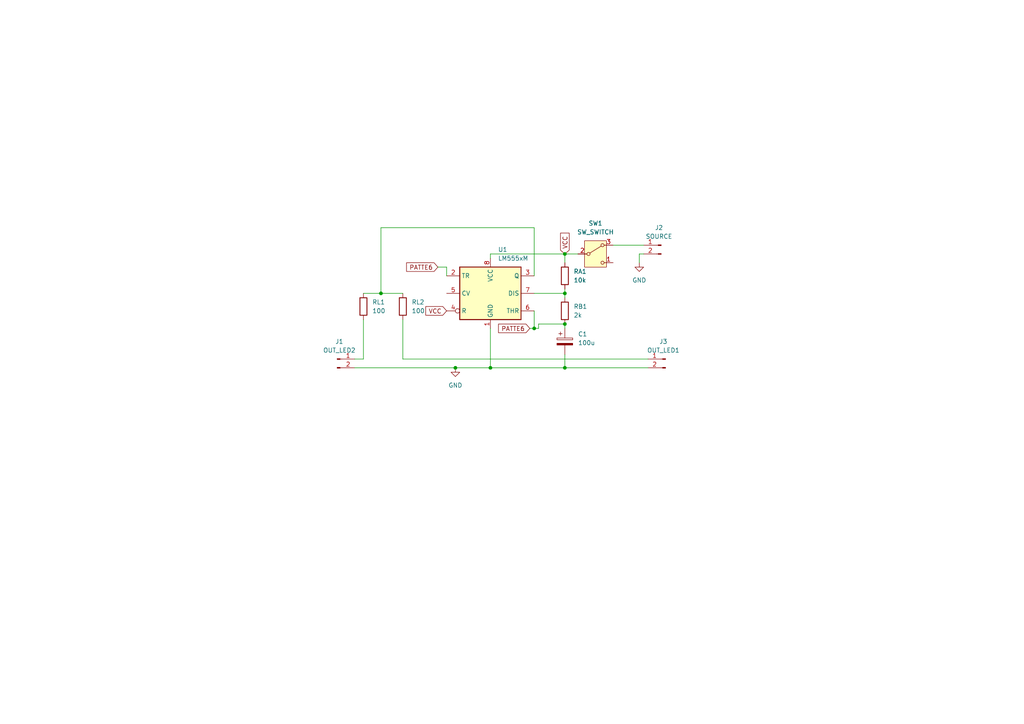
<source format=kicad_sch>
(kicad_sch (version 20231120) (generator "eeschema") (generator_version "8.0")
  (paper "A4")
  (lib_symbols
    (symbol "Connector:Conn_01x02_Pin" (pin_names (offset 1.016) hide)
      (property "Reference" "J" (at 0 2.54 0))
      (property "Value" "Conn_01x02_Pin" (at 0 -5.08 0))
      (symbol "Conn_01x02_Pin_1_1"
        (polyline (pts (xy 1.27 -2.54) (xy 0.8636 -2.54)) (stroke (width 0.1524)))
        (polyline (pts (xy 1.27 0) (xy 0.8636 0)) (stroke (width 0.1524)))
        (rectangle (start 0.8636 -2.413) (end 0 -2.667) (stroke (width 0.1524)) (fill (type outline)))
        (rectangle (start 0.8636 0.127) (end 0 -0.127) (stroke (width 0.1524)) (fill (type outline)))
        (pin passive line (at 5.08 0 180) (length 3.81) (name "Pin_1") (number "1"))
        (pin passive line (at 5.08 -2.54 180) (length 3.81) (name "Pin_2") (number "2"))
      )
    )
    (symbol "Device:C_Polarized" (pin_numbers hide) (pin_names (offset 0.254))
      (property "Reference" "C" (at 0.635 2.54 0))
      (property "Value" "C_Polarized" (at 0.635 -2.54 0))
      (symbol "C_Polarized_0_1"
        (rectangle (start -2.286 0.508) (end 2.286 1.016))
        (polyline (pts (xy -1.778 2.286) (xy -0.762 2.286)))
        (polyline (pts (xy -1.27 2.794) (xy -1.27 1.778)))
        (rectangle (start 2.286 -0.508) (end -2.286 -1.016) (fill (type outline)))
      )
      (symbol "C_Polarized_1_1"
        (pin passive line (at 0 3.81 270) (length 2.794) (name "~") (number "1"))
        (pin passive line (at 0 -3.81 90) (length 2.794) (name "~") (number "2"))
      )
    )
    (symbol "Device:R" (pin_numbers hide) (pin_names (offset 0))
      (property "Reference" "R" (at 2.032 0 90))
      (property "Value" "R" (at 0 0 90))
      (symbol "R_0_1"
        (rectangle (start -1.016 -2.54) (end 1.016 2.54) (stroke (width 0.254)))
      )
      (symbol "R_1_1"
        (pin passive line (at 0 3.81 270) (length 1.27) (name "~") (number "1"))
        (pin passive line (at 0 -3.81 90) (length 1.27) (name "~") (number "2"))
      )
    )
    (symbol "Switch:SW_SPDT_321" (pin_names (offset 1) hide)
      (property "Reference" "SW" (at 0 5.08 0))
      (property "Value" "SW_SPDT_321" (at 0 -5.08 0))
      (symbol "SW_SPDT_321_0_1"
        (circle (center -2.032 0) (radius 0.4572))
        (polyline (pts (xy -1.651 0.254) (xy 1.651 2.286)))
        (circle (center 2.032 -2.54) (radius 0.4572))
        (circle (center 2.032 2.54) (radius 0.4572))
      )
      (symbol "SW_SPDT_321_1_1"
        (rectangle (start -3.175 3.81) (end 3.175 -3.81) (fill (type background)))
        (pin passive line (at 5.08 -2.54 180) (length 2.54) (name "C") (number "1"))
        (pin passive line (at -5.08 0 0) (length 2.54) (name "B") (number "2"))
        (pin passive line (at 5.08 2.54 180) (length 2.54) (name "A") (number "3"))
      )
    )
    (symbol "Timer:LM555xM"
      (property "Reference" "U" (at -10.16 8.89 0))
      (property "Value" "LM555xM" (at 2.54 8.89 0))
      (symbol "LM555xM_0_0"
        (pin power_in line (at 0 -10.16 90) (length 2.54) (name "GND") (number "1"))
        (pin power_in line (at 0 10.16 270) (length 2.54) (name "VCC") (number "8"))
      )
      (symbol "LM555xM_0_1"
        (rectangle (start -8.89 -7.62) (end 8.89 7.62) (stroke (width 0.254)) (fill (type background)))
        (rectangle (start -8.89 -7.62) (end 8.89 7.62) (stroke (width 0.254)) (fill (type background)))
      )
      (symbol "LM555xM_1_1"
        (pin input line (at -12.7 5.08 0) (length 3.81) (name "TR") (number "2"))
        (pin output line (at 12.7 5.08 180) (length 3.81) (name "Q") (number "3"))
        (pin input inverted (at -12.7 -5.08 0) (length 3.81) (name "R") (number "4"))
        (pin input line (at -12.7 0 0) (length 3.81) (name "CV") (number "5"))
        (pin input line (at 12.7 -5.08 180) (length 3.81) (name "THR") (number "6"))
        (pin input line (at 12.7 0 180) (length 3.81) (name "DIS") (number "7"))
      )
    )
    (symbol "power:GND" (power) (pin_numbers hide) (pin_names (offset 0) hide)
      (property "Value" "GND" (at 0 -3.81 0))
      (symbol "GND_0_1"
        (polyline (pts (xy 0 0) (xy 0 -1.27) (xy 1.27 -1.27) (xy 0 -2.54) (xy -1.27 -1.27) (xy 0 -1.27)))
      )
      (symbol "GND_1_1"
        (pin power_in line (at 0 0 270) (length 0) (name "~") (number "1"))
      )
    )
  )
  (junction (at 163.83 73.66))
  (junction (at 132.08 106.68))
  (junction (at 110.49 85.09))
  (junction (at 163.83 93.98))
  (junction (at 154.94 95.25))
  (junction (at 142.24 106.68))
  (junction (at 163.83 106.68))
  (junction (at 163.83 85.09))
  (wire (pts (xy 154.94 80.01) (xy 154.94 66.04)))
  (wire (pts (xy 163.83 76.2) (xy 163.83 73.66)))
  (wire (pts (xy 110.49 85.09) (xy 116.84 85.09)))
  (wire (pts (xy 129.54 80.01) (xy 129.54 77.47)))
  (wire (pts (xy 102.87 106.68) (xy 132.08 106.68)))
  (wire (pts (xy 163.83 93.98) (xy 163.83 95.25)))
  (wire (pts (xy 142.24 95.25) (xy 142.24 106.68)))
  (wire (pts (xy 163.83 106.68) (xy 187.96 106.68)))
  (wire (pts (xy 163.83 73.66) (xy 167.64 73.66)))
  (wire (pts (xy 156.21 95.25) (xy 154.94 95.25)))
  (wire (pts (xy 154.94 66.04) (xy 110.49 66.04)))
  (wire (pts (xy 177.8 71.12) (xy 186.69 71.12)))
  (wire (pts (xy 163.83 85.09) (xy 163.83 86.36)))
  (wire (pts (xy 185.42 73.66) (xy 185.42 76.2)))
  (wire (pts (xy 186.69 73.66) (xy 185.42 73.66)))
  (wire (pts (xy 156.21 93.98) (xy 156.21 95.25)))
  (wire (pts (xy 163.83 93.98) (xy 156.21 93.98)))
  (wire (pts (xy 116.84 104.14) (xy 116.84 92.71)))
  (wire (pts (xy 163.83 102.87) (xy 163.83 106.68)))
  (wire (pts (xy 154.94 85.09) (xy 163.83 85.09)))
  (wire (pts (xy 129.54 77.47) (xy 127 77.47)))
  (wire (pts (xy 116.84 104.14) (xy 187.96 104.14)))
  (wire (pts (xy 154.94 90.17) (xy 154.94 95.25)))
  (wire (pts (xy 105.41 85.09) (xy 110.49 85.09)))
  (wire (pts (xy 154.94 95.25) (xy 153.67 95.25)))
  (wire (pts (xy 105.41 104.14) (xy 102.87 104.14)))
  (wire (pts (xy 142.24 73.66) (xy 163.83 73.66)))
  (wire (pts (xy 132.08 106.68) (xy 142.24 106.68)))
  (wire (pts (xy 142.24 106.68) (xy 163.83 106.68)))
  (wire (pts (xy 110.49 66.04) (xy 110.49 85.09)))
  (wire (pts (xy 142.24 74.93) (xy 142.24 73.66)))
  (wire (pts (xy 163.83 85.09) (xy 163.83 83.82)))
  (wire (pts (xy 105.41 92.71) (xy 105.41 104.14)))
  (global_label "PATTE6" (shape input) (at 153.67 95.25 180) (property "Intersheetrefs" "${INTERSHEET_REFS}" (effects (hide yes))))
  (global_label "VCC" (shape input) (at 129.54 90.17 180) (property "Intersheetrefs" "${INTERSHEET_REFS}" (effects (hide yes))))
  (global_label "VCC" (shape input) (at 163.83 73.66 90) (property "Intersheetrefs" "${INTERSHEET_REFS}" (effects (hide yes))))
  (global_label "PATTE6" (shape input) (at 127 77.47 180) (property "Intersheetrefs" "${INTERSHEET_REFS}" (effects (hide yes))))
  (symbol (lib_id "Timer:LM555xM") (at 142.24 85.09 0) (unit 1)
    (property "Reference" "U1" (at 144.4341 72.39 0) (effects (justify left)))
    (property "Value" "LM555xM" (at 144.4341 74.93 0) (effects (justify left)))
    (property "Footprint" "Package_DIP:DIP-8_W7.62mm_Socket_LongPads" (effects (hide yes)))
    (property "Datasheet" "http://www.ti.com/lit/ds/symlink/lm555.pdf" (effects (hide yes)))
    (property "Description" "Timer, 555 compatible, SOIC-8" (effects (hide yes)))
  )
  (symbol (lib_id "Connector:Conn_01x02_Pin") (at 193.04 104.14 0) (mirror y) (unit 1)
    (property "Reference" "J3" (at 192.405 99.06 0))
    (property "Value" "OUT_LED1" (at 192.405 101.6 0))
    (property "Footprint" "TerminalBlock_MetzConnect:TerminalBlock_MetzConnect_Type094_RT03502HBLU_1x02_P5.00mm_Horizontal" (effects (hide yes)))
    (property "Description" "Generic connector, single row, 01x02, script generated" (effects (hide yes)))
  )
  (symbol (lib_id "Switch:SW_SPDT_321") (at 172.72 73.66 0) (unit 1)
    (property "Reference" "SW1" (at 172.72 64.77 0))
    (property "Value" "SW_SWITCH" (at 172.72 67.31 0))
    (property "Footprint" "TerminalBlock:TerminalBlock_bornier-3_P5.08mm" (effects (hide yes)))
    (property "Description" "Switch, single pole double throw" (effects (hide yes)))
  )
  (symbol (lib_id "Device:C_Polarized") (at 163.83 99.06 0) (unit 1)
    (property "Reference" "C1" (at 167.64 96.9009 0) (effects (justify left)))
    (property "Value" "100u" (at 167.64 99.4409 0) (effects (justify left)))
    (property "Footprint" "Capacitor_THT:CP_Radial_D8.0mm_P5.00mm" (effects (hide yes)))
    (property "Description" "Polarized capacitor" (effects (hide yes)))
  )
  (symbol (lib_id "Device:R") (at 105.41 88.9 0) (unit 1)
    (property "Reference" "RL1" (at 107.95 87.6299 0) (effects (justify left)))
    (property "Value" "100" (at 107.95 90.1699 0) (effects (justify left)))
    (property "Footprint" "Resistor_THT:R_Axial_DIN0207_L6.3mm_D2.5mm_P7.62mm_Horizontal" (effects (hide yes)))
    (property "Description" "Resistor" (effects (hide yes)))
  )
  (symbol (lib_id "Device:R") (at 163.83 80.01 0) (unit 1)
    (property "Reference" "RA1" (at 166.37 78.7399 0) (effects (justify left)))
    (property "Value" "10k" (at 166.37 81.2799 0) (effects (justify left)))
    (property "Footprint" "Resistor_THT:R_Axial_DIN0207_L6.3mm_D2.5mm_P7.62mm_Horizontal" (effects (hide yes)))
    (property "Description" "Resistor" (effects (hide yes)))
  )
  (symbol (lib_id "Connector:Conn_01x02_Pin") (at 97.79 104.14 0) (unit 1)
    (property "Reference" "J1" (at 98.425 99.06 0))
    (property "Value" "OUT_LED2" (at 98.425 101.6 0))
    (property "Footprint" "TerminalBlock_MetzConnect:TerminalBlock_MetzConnect_Type094_RT03502HBLU_1x02_P5.00mm_Horizontal" (effects (hide yes)))
    (property "Description" "Generic connector, single row, 01x02, script generated" (effects (hide yes)))
  )
  (symbol (lib_id "power:GND") (at 185.42 76.2 0) (unit 1)
    (property "Reference" "#PWR02" (effects (hide yes)))
    (property "Value" "GND" (at 185.42 81.28 0))
    (property "Description" "Power symbol creates a global label with name \"GND\" , ground" (effects (hide yes)))
  )
  (symbol (lib_id "power:GND") (at 132.08 106.68 0) (unit 1)
    (property "Reference" "#PWR01" (effects (hide yes)))
    (property "Value" "GND" (at 132.08 111.76 0))
    (property "Description" "Power symbol creates a global label with name \"GND\" , ground" (effects (hide yes)))
  )
  (symbol (lib_id "Device:R") (at 116.84 88.9 0) (unit 1)
    (property "Reference" "RL2" (at 119.38 87.6299 0) (effects (justify left)))
    (property "Value" "100" (at 119.38 90.1699 0) (effects (justify left)))
    (property "Footprint" "Resistor_THT:R_Axial_DIN0207_L6.3mm_D2.5mm_P7.62mm_Horizontal" (effects (hide yes)))
    (property "Description" "Resistor" (effects (hide yes)))
  )
  (symbol (lib_id "Device:R") (at 163.83 90.17 0) (unit 1)
    (property "Reference" "RB1" (at 166.37 88.8999 0) (effects (justify left)))
    (property "Value" "2k" (at 166.37 91.4399 0) (effects (justify left)))
    (property "Footprint" "Resistor_THT:R_Axial_DIN0207_L6.3mm_D2.5mm_P7.62mm_Horizontal" (effects (hide yes)))
    (property "Description" "Resistor" (effects (hide yes)))
  )
  (symbol (lib_id "Connector:Conn_01x02_Pin") (at 191.77 71.12 0) (mirror y) (unit 1)
    (property "Reference" "J2" (at 191.135 66.04 0))
    (property "Value" "SOURCE" (at 191.135 68.58 0))
    (property "Footprint" "TerminalBlock_MetzConnect:TerminalBlock_MetzConnect_Type094_RT03502HBLU_1x02_P5.00mm_Horizontal" (effects (hide yes)))
    (property "Description" "Generic connector, single row, 01x02, script generated" (effects (hide yes)))
  )
)
</source>
